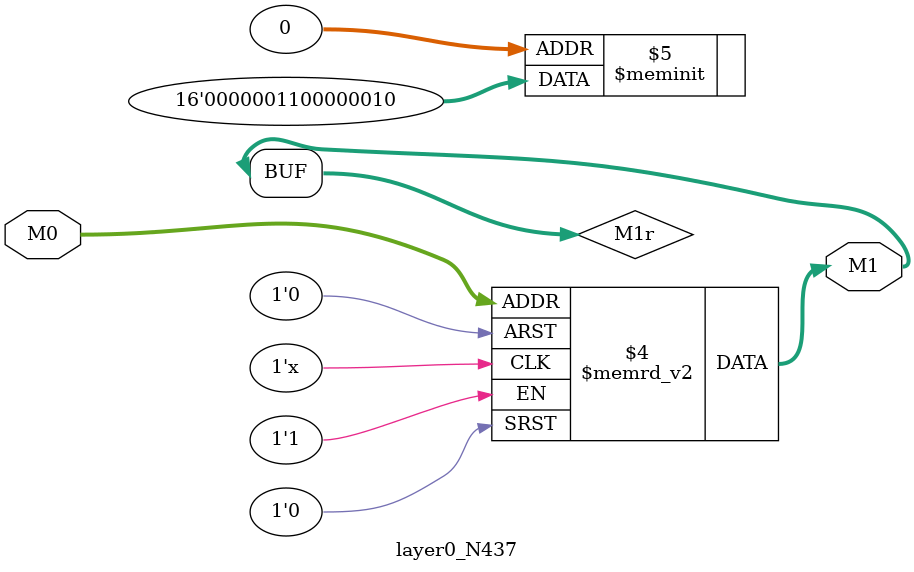
<source format=v>
module layer0_N437 ( input [2:0] M0, output [1:0] M1 );

	(*rom_style = "distributed" *) reg [1:0] M1r;
	assign M1 = M1r;
	always @ (M0) begin
		case (M0)
			3'b000: M1r = 2'b10;
			3'b100: M1r = 2'b11;
			3'b010: M1r = 2'b00;
			3'b110: M1r = 2'b00;
			3'b001: M1r = 2'b00;
			3'b101: M1r = 2'b00;
			3'b011: M1r = 2'b00;
			3'b111: M1r = 2'b00;

		endcase
	end
endmodule

</source>
